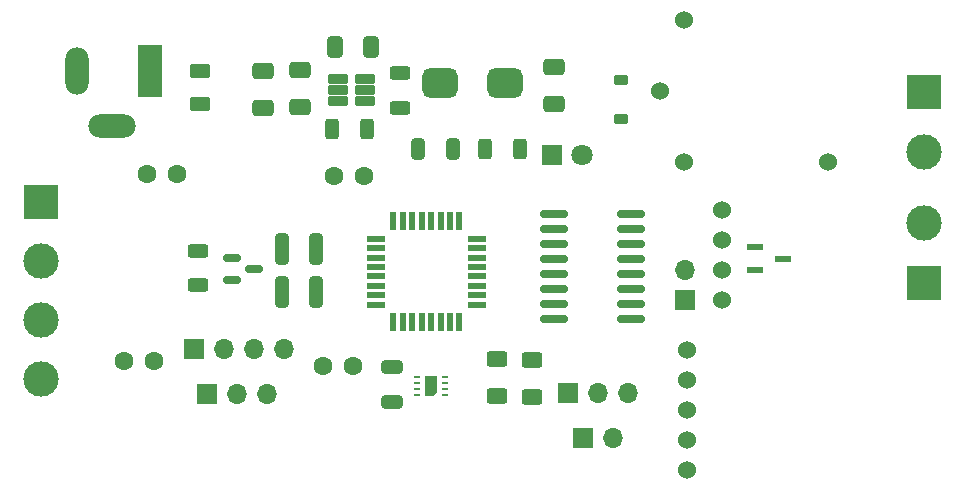
<source format=gbr>
%TF.GenerationSoftware,KiCad,Pcbnew,8.0.3*%
%TF.CreationDate,2024-10-20T16:03:45+03:00*%
%TF.ProjectId,SmartPot,536d6172-7450-46f7-942e-6b696361645f,rev?*%
%TF.SameCoordinates,Original*%
%TF.FileFunction,Soldermask,Top*%
%TF.FilePolarity,Negative*%
%FSLAX46Y46*%
G04 Gerber Fmt 4.6, Leading zero omitted, Abs format (unit mm)*
G04 Created by KiCad (PCBNEW 8.0.3) date 2024-10-20 16:03:45*
%MOMM*%
%LPD*%
G01*
G04 APERTURE LIST*
G04 Aperture macros list*
%AMRoundRect*
0 Rectangle with rounded corners*
0 $1 Rounding radius*
0 $2 $3 $4 $5 $6 $7 $8 $9 X,Y pos of 4 corners*
0 Add a 4 corners polygon primitive as box body*
4,1,4,$2,$3,$4,$5,$6,$7,$8,$9,$2,$3,0*
0 Add four circle primitives for the rounded corners*
1,1,$1+$1,$2,$3*
1,1,$1+$1,$4,$5*
1,1,$1+$1,$6,$7*
1,1,$1+$1,$8,$9*
0 Add four rect primitives between the rounded corners*
20,1,$1+$1,$2,$3,$4,$5,0*
20,1,$1+$1,$4,$5,$6,$7,0*
20,1,$1+$1,$6,$7,$8,$9,0*
20,1,$1+$1,$8,$9,$2,$3,0*%
%AMFreePoly0*
4,1,6,0.500000,-0.850000,-0.500000,-0.850000,-0.500000,0.550000,-0.200000,0.850000,0.500000,0.850000,0.500000,-0.850000,0.500000,-0.850000,$1*%
G04 Aperture macros list end*
%ADD10RoundRect,0.250000X0.650000X-0.412500X0.650000X0.412500X-0.650000X0.412500X-0.650000X-0.412500X0*%
%ADD11RoundRect,0.250000X0.625000X-0.375000X0.625000X0.375000X-0.625000X0.375000X-0.625000X-0.375000X0*%
%ADD12RoundRect,0.250000X0.312500X1.075000X-0.312500X1.075000X-0.312500X-1.075000X0.312500X-1.075000X0*%
%ADD13RoundRect,0.625000X-0.875000X-0.625000X0.875000X-0.625000X0.875000X0.625000X-0.875000X0.625000X0*%
%ADD14RoundRect,0.250000X0.625000X-0.400000X0.625000X0.400000X-0.625000X0.400000X-0.625000X-0.400000X0*%
%ADD15C,1.600000*%
%ADD16R,1.336200X0.550800*%
%ADD17RoundRect,0.250000X0.312500X0.625000X-0.312500X0.625000X-0.312500X-0.625000X0.312500X-0.625000X0*%
%ADD18RoundRect,0.250000X0.325000X0.650000X-0.325000X0.650000X-0.325000X-0.650000X0.325000X-0.650000X0*%
%ADD19RoundRect,0.250000X0.625000X-0.312500X0.625000X0.312500X-0.625000X0.312500X-0.625000X-0.312500X0*%
%ADD20R,1.700000X1.700000*%
%ADD21O,1.700000X1.700000*%
%ADD22R,3.000000X3.000000*%
%ADD23C,3.000000*%
%ADD24RoundRect,0.225000X-0.375000X0.225000X-0.375000X-0.225000X0.375000X-0.225000X0.375000X0.225000X0*%
%ADD25R,2.000000X4.500000*%
%ADD26O,2.000000X4.000000*%
%ADD27O,4.000000X2.000000*%
%ADD28R,1.600000X0.550000*%
%ADD29R,0.550000X1.600000*%
%ADD30RoundRect,0.150000X-0.587500X-0.150000X0.587500X-0.150000X0.587500X0.150000X-0.587500X0.150000X0*%
%ADD31RoundRect,0.250000X-0.412500X-0.650000X0.412500X-0.650000X0.412500X0.650000X-0.412500X0.650000X0*%
%ADD32R,1.800000X1.800000*%
%ADD33C,1.800000*%
%ADD34R,0.550000X0.250000*%
%ADD35FreePoly0,180.000000*%
%ADD36C,1.524000*%
%ADD37RoundRect,0.250000X-0.650000X0.325000X-0.650000X-0.325000X0.650000X-0.325000X0.650000X0.325000X0*%
%ADD38RoundRect,0.150000X-1.050000X-0.150000X1.050000X-0.150000X1.050000X0.150000X-1.050000X0.150000X0*%
%ADD39RoundRect,0.099250X-0.727750X-0.297750X0.727750X-0.297750X0.727750X0.297750X-0.727750X0.297750X0*%
G04 APERTURE END LIST*
D10*
%TO.C,Cin1*%
X192750000Y-93062500D03*
X192750000Y-89937500D03*
%TD*%
D11*
%TO.C,F1*%
X187400000Y-92750000D03*
X187400000Y-89950000D03*
%TD*%
D12*
%TO.C,R3*%
X197225000Y-108650000D03*
X194300000Y-108650000D03*
%TD*%
D13*
%TO.C,L1*%
X213200000Y-90950000D03*
X207700000Y-90950000D03*
%TD*%
D14*
%TO.C,R15*%
X212500000Y-117475000D03*
X212500000Y-114375000D03*
%TD*%
D15*
%TO.C,R7*%
X180960000Y-114550000D03*
X183500000Y-114550000D03*
%TD*%
D16*
%TO.C,Q1*%
X234400002Y-104899999D03*
X234400002Y-106800001D03*
X236775000Y-105850000D03*
%TD*%
D17*
%TO.C,Rfbt1*%
X201500000Y-94850000D03*
X198575000Y-94850000D03*
%TD*%
D18*
%TO.C,C5*%
X208775000Y-96550000D03*
X205825000Y-96550000D03*
%TD*%
D15*
%TO.C,R9*%
X198760000Y-98850000D03*
X201300000Y-98850000D03*
%TD*%
D19*
%TO.C,R5*%
X187200000Y-108112500D03*
X187200000Y-105187500D03*
%TD*%
D12*
%TO.C,R4*%
X197225000Y-105000000D03*
X194300000Y-105000000D03*
%TD*%
D20*
%TO.C,J5*%
X218575000Y-117200000D03*
D21*
X221115000Y-117200000D03*
X223655000Y-117200000D03*
%TD*%
D22*
%TO.C,J1*%
X248725000Y-107905000D03*
D23*
X248725000Y-102825000D03*
%TD*%
D24*
%TO.C,D2*%
X223050000Y-90700000D03*
X223050000Y-94000000D03*
%TD*%
D10*
%TO.C,Cout1*%
X217400000Y-92712500D03*
X217400000Y-89587500D03*
%TD*%
D17*
%TO.C,R16*%
X214462500Y-96600000D03*
X211537500Y-96600000D03*
%TD*%
D25*
%TO.C,J4*%
X183150000Y-89925000D03*
D26*
X176950000Y-89925000D03*
D27*
X179950000Y-94625000D03*
%TD*%
D10*
%TO.C,Cin2*%
X195850000Y-93025000D03*
X195850000Y-89900000D03*
%TD*%
D28*
%TO.C,U5*%
X202300000Y-104150000D03*
X202300000Y-104950000D03*
X202300000Y-105750000D03*
X202300000Y-106550000D03*
X202300000Y-107350000D03*
X202300000Y-108150000D03*
X202300000Y-108950000D03*
X202300000Y-109750000D03*
D29*
X203750000Y-111200000D03*
X204550000Y-111200000D03*
X205350000Y-111200000D03*
X206150000Y-111200000D03*
X206950000Y-111200000D03*
X207750000Y-111200000D03*
X208550000Y-111200000D03*
X209350000Y-111200000D03*
D28*
X210800000Y-109750000D03*
X210800000Y-108950000D03*
X210800000Y-108150000D03*
X210800000Y-107350000D03*
X210800000Y-106550000D03*
X210800000Y-105750000D03*
X210800000Y-104950000D03*
X210800000Y-104150000D03*
D29*
X209350000Y-102700000D03*
X208550000Y-102700000D03*
X207750000Y-102700000D03*
X206950000Y-102700000D03*
X206150000Y-102700000D03*
X205350000Y-102700000D03*
X204550000Y-102700000D03*
X203750000Y-102700000D03*
%TD*%
D30*
%TO.C,D1*%
X190075000Y-105750000D03*
X190075000Y-107650000D03*
X191950000Y-106700000D03*
%TD*%
D31*
%TO.C,Cbst1*%
X198775000Y-87900000D03*
X201900000Y-87900000D03*
%TD*%
D20*
%TO.C,J3*%
X188000000Y-117275000D03*
D21*
X190540000Y-117275000D03*
X193080000Y-117275000D03*
%TD*%
D32*
%TO.C,D3*%
X217160000Y-97100000D03*
D33*
X219700000Y-97100000D03*
%TD*%
D22*
%TO.C,J9*%
X173900000Y-101050000D03*
D23*
X173900000Y-106050000D03*
X173900000Y-111050000D03*
X173900000Y-116050000D03*
%TD*%
D34*
%TO.C,U6*%
X208150000Y-117375000D03*
X208150000Y-116875000D03*
X208150000Y-116375000D03*
X208150000Y-115875000D03*
X205800000Y-115875000D03*
X205800000Y-116375000D03*
X205800000Y-116875000D03*
X205800000Y-117375000D03*
D35*
X206975000Y-116625000D03*
%TD*%
D14*
%TO.C,R14*%
X215525000Y-117525000D03*
X215525000Y-114425000D03*
%TD*%
D22*
%TO.C,J2*%
X248700000Y-91720000D03*
D23*
X248700000Y-96800000D03*
%TD*%
D36*
%TO.C,U8*%
X228606000Y-113605000D03*
X228606000Y-116145000D03*
X228606000Y-118685000D03*
X228606000Y-121225000D03*
X228606000Y-123765000D03*
%TD*%
D20*
%TO.C,J8*%
X219835000Y-121000000D03*
D21*
X222375000Y-121000000D03*
%TD*%
D37*
%TO.C,C4*%
X203650000Y-115025000D03*
X203650000Y-117975000D03*
%TD*%
D20*
%TO.C,J7*%
X228475000Y-109325000D03*
D21*
X228475000Y-106785000D03*
%TD*%
D15*
%TO.C,R6*%
X182860000Y-98700000D03*
X185400000Y-98700000D03*
%TD*%
D36*
%TO.C,K1*%
X226350000Y-91650000D03*
X240550000Y-97650000D03*
X228350000Y-85650000D03*
X228350000Y-97650000D03*
%TD*%
D19*
%TO.C,Rfbb1*%
X204300000Y-93050000D03*
X204300000Y-90125000D03*
%TD*%
D38*
%TO.C,U3*%
X217400000Y-102070000D03*
X217400000Y-103340000D03*
X217400000Y-104610000D03*
X217400000Y-105880000D03*
X217400000Y-107150000D03*
X217400000Y-108420000D03*
X217400000Y-109690000D03*
X217400000Y-110960000D03*
X223900000Y-110960000D03*
X223900000Y-109690000D03*
X223900000Y-108420000D03*
X223900000Y-107150000D03*
X223900000Y-105880000D03*
X223900000Y-104610000D03*
X223900000Y-103340000D03*
X223900000Y-102070000D03*
%TD*%
D39*
%TO.C,U1*%
X199040000Y-90600000D03*
X199040000Y-91550000D03*
X199040000Y-92500000D03*
X201350000Y-92500000D03*
X201350000Y-91550000D03*
X201350000Y-90600000D03*
%TD*%
D20*
%TO.C,J6*%
X186880000Y-113475000D03*
D21*
X189420000Y-113475000D03*
X191960000Y-113475000D03*
X194500000Y-113475000D03*
%TD*%
D15*
%TO.C,R8*%
X197785000Y-114900000D03*
X200325000Y-114900000D03*
%TD*%
D36*
%TO.C,U7*%
X231606000Y-101750000D03*
X231606000Y-104290000D03*
X231606000Y-106830000D03*
X231606000Y-109370000D03*
%TD*%
M02*

</source>
